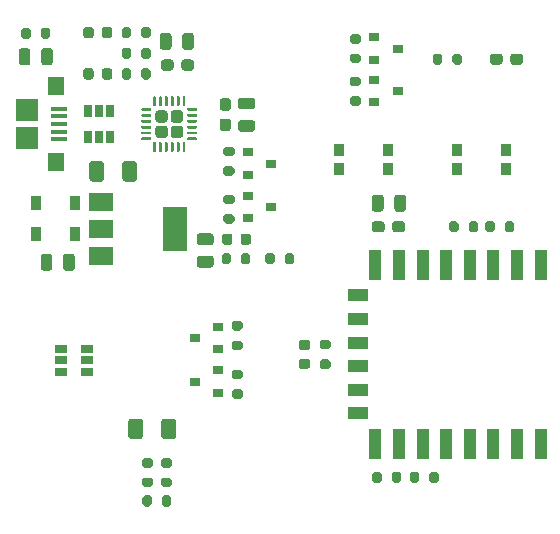
<source format=gbr>
%TF.GenerationSoftware,KiCad,Pcbnew,5.1.12-1.fc35*%
%TF.CreationDate,2021-12-21T00:05:04+01:00*%
%TF.ProjectId,smartmeterreader,736d6172-746d-4657-9465-727265616465,rev?*%
%TF.SameCoordinates,Original*%
%TF.FileFunction,Paste,Top*%
%TF.FilePolarity,Positive*%
%FSLAX46Y46*%
G04 Gerber Fmt 4.6, Leading zero omitted, Abs format (unit mm)*
G04 Created by KiCad (PCBNEW 5.1.12-1.fc35) date 2021-12-21 00:05:04*
%MOMM*%
%LPD*%
G01*
G04 APERTURE LIST*
%ADD10R,0.900000X1.200000*%
%ADD11R,0.900000X1.000000*%
%ADD12R,2.000000X1.500000*%
%ADD13R,2.000000X3.800000*%
%ADD14R,1.000000X2.500000*%
%ADD15R,1.800000X1.000000*%
%ADD16R,0.900000X0.800000*%
%ADD17R,1.350000X0.400000*%
%ADD18R,1.400000X1.600000*%
%ADD19R,1.900000X1.900000*%
%ADD20R,1.060000X0.650000*%
%ADD21R,0.650000X1.060000*%
G04 APERTURE END LIST*
%TO.C,R21*%
G36*
G01*
X147975000Y-103425000D02*
X148525000Y-103425000D01*
G75*
G02*
X148725000Y-103625000I0J-200000D01*
G01*
X148725000Y-104025000D01*
G75*
G02*
X148525000Y-104225000I-200000J0D01*
G01*
X147975000Y-104225000D01*
G75*
G02*
X147775000Y-104025000I0J200000D01*
G01*
X147775000Y-103625000D01*
G75*
G02*
X147975000Y-103425000I200000J0D01*
G01*
G37*
G36*
G01*
X147975000Y-101775000D02*
X148525000Y-101775000D01*
G75*
G02*
X148725000Y-101975000I0J-200000D01*
G01*
X148725000Y-102375000D01*
G75*
G02*
X148525000Y-102575000I-200000J0D01*
G01*
X147975000Y-102575000D01*
G75*
G02*
X147775000Y-102375000I0J200000D01*
G01*
X147775000Y-101975000D01*
G75*
G02*
X147975000Y-101775000I200000J0D01*
G01*
G37*
%TD*%
%TO.C,R20*%
G36*
G01*
X141125000Y-95175000D02*
X141125000Y-94625000D01*
G75*
G02*
X141325000Y-94425000I200000J0D01*
G01*
X141725000Y-94425000D01*
G75*
G02*
X141925000Y-94625000I0J-200000D01*
G01*
X141925000Y-95175000D01*
G75*
G02*
X141725000Y-95375000I-200000J0D01*
G01*
X141325000Y-95375000D01*
G75*
G02*
X141125000Y-95175000I0J200000D01*
G01*
G37*
G36*
G01*
X139475000Y-95175000D02*
X139475000Y-94625000D01*
G75*
G02*
X139675000Y-94425000I200000J0D01*
G01*
X140075000Y-94425000D01*
G75*
G02*
X140275000Y-94625000I0J-200000D01*
G01*
X140275000Y-95175000D01*
G75*
G02*
X140075000Y-95375000I-200000J0D01*
G01*
X139675000Y-95375000D01*
G75*
G02*
X139475000Y-95175000I0J200000D01*
G01*
G37*
%TD*%
%TO.C,D8*%
G36*
G01*
X146756250Y-102650000D02*
X146243750Y-102650000D01*
G75*
G02*
X146025000Y-102431250I0J218750D01*
G01*
X146025000Y-101993750D01*
G75*
G02*
X146243750Y-101775000I218750J0D01*
G01*
X146756250Y-101775000D01*
G75*
G02*
X146975000Y-101993750I0J-218750D01*
G01*
X146975000Y-102431250D01*
G75*
G02*
X146756250Y-102650000I-218750J0D01*
G01*
G37*
G36*
G01*
X146756250Y-104225000D02*
X146243750Y-104225000D01*
G75*
G02*
X146025000Y-104006250I0J218750D01*
G01*
X146025000Y-103568750D01*
G75*
G02*
X146243750Y-103350000I218750J0D01*
G01*
X146756250Y-103350000D01*
G75*
G02*
X146975000Y-103568750I0J-218750D01*
G01*
X146975000Y-104006250D01*
G75*
G02*
X146756250Y-104225000I-218750J0D01*
G01*
G37*
%TD*%
%TO.C,D7*%
G36*
G01*
X141100000Y-93506250D02*
X141100000Y-92993750D01*
G75*
G02*
X141318750Y-92775000I218750J0D01*
G01*
X141756250Y-92775000D01*
G75*
G02*
X141975000Y-92993750I0J-218750D01*
G01*
X141975000Y-93506250D01*
G75*
G02*
X141756250Y-93725000I-218750J0D01*
G01*
X141318750Y-93725000D01*
G75*
G02*
X141100000Y-93506250I0J218750D01*
G01*
G37*
G36*
G01*
X139525000Y-93506250D02*
X139525000Y-92993750D01*
G75*
G02*
X139743750Y-92775000I218750J0D01*
G01*
X140181250Y-92775000D01*
G75*
G02*
X140400000Y-92993750I0J-218750D01*
G01*
X140400000Y-93506250D01*
G75*
G02*
X140181250Y-93725000I-218750J0D01*
G01*
X139743750Y-93725000D01*
G75*
G02*
X139525000Y-93506250I0J218750D01*
G01*
G37*
%TD*%
%TO.C,F2*%
G36*
G01*
X132825000Y-108675000D02*
X132825000Y-109925000D01*
G75*
G02*
X132575000Y-110175000I-250000J0D01*
G01*
X131825000Y-110175000D01*
G75*
G02*
X131575000Y-109925000I0J250000D01*
G01*
X131575000Y-108675000D01*
G75*
G02*
X131825000Y-108425000I250000J0D01*
G01*
X132575000Y-108425000D01*
G75*
G02*
X132825000Y-108675000I0J-250000D01*
G01*
G37*
G36*
G01*
X135625000Y-108675000D02*
X135625000Y-109925000D01*
G75*
G02*
X135375000Y-110175000I-250000J0D01*
G01*
X134625000Y-110175000D01*
G75*
G02*
X134375000Y-109925000I0J250000D01*
G01*
X134375000Y-108675000D01*
G75*
G02*
X134625000Y-108425000I250000J0D01*
G01*
X135375000Y-108425000D01*
G75*
G02*
X135625000Y-108675000I0J-250000D01*
G01*
G37*
%TD*%
%TO.C,F1*%
G36*
G01*
X129525000Y-86875000D02*
X129525000Y-88125000D01*
G75*
G02*
X129275000Y-88375000I-250000J0D01*
G01*
X128525000Y-88375000D01*
G75*
G02*
X128275000Y-88125000I0J250000D01*
G01*
X128275000Y-86875000D01*
G75*
G02*
X128525000Y-86625000I250000J0D01*
G01*
X129275000Y-86625000D01*
G75*
G02*
X129525000Y-86875000I0J-250000D01*
G01*
G37*
G36*
G01*
X132325000Y-86875000D02*
X132325000Y-88125000D01*
G75*
G02*
X132075000Y-88375000I-250000J0D01*
G01*
X131325000Y-88375000D01*
G75*
G02*
X131075000Y-88125000I0J250000D01*
G01*
X131075000Y-86875000D01*
G75*
G02*
X131325000Y-86625000I250000J0D01*
G01*
X132075000Y-86625000D01*
G75*
G02*
X132325000Y-86875000I0J-250000D01*
G01*
G37*
%TD*%
D10*
%TO.C,D1*%
X123750000Y-90200000D03*
X127050000Y-90200000D03*
%TD*%
D11*
%TO.C,SW2*%
X159450000Y-85700000D03*
X159450000Y-87300000D03*
X163550000Y-85700000D03*
X163550000Y-87300000D03*
%TD*%
%TO.C,SW1*%
X149450000Y-85700000D03*
X149450000Y-87300000D03*
X153550000Y-85700000D03*
X153550000Y-87300000D03*
%TD*%
%TO.C,C10*%
G36*
G01*
X163925000Y-78237500D02*
X163925000Y-77762500D01*
G75*
G02*
X164162500Y-77525000I237500J0D01*
G01*
X164762500Y-77525000D01*
G75*
G02*
X165000000Y-77762500I0J-237500D01*
G01*
X165000000Y-78237500D01*
G75*
G02*
X164762500Y-78475000I-237500J0D01*
G01*
X164162500Y-78475000D01*
G75*
G02*
X163925000Y-78237500I0J237500D01*
G01*
G37*
G36*
G01*
X162200000Y-78237500D02*
X162200000Y-77762500D01*
G75*
G02*
X162437500Y-77525000I237500J0D01*
G01*
X163037500Y-77525000D01*
G75*
G02*
X163275000Y-77762500I0J-237500D01*
G01*
X163275000Y-78237500D01*
G75*
G02*
X163037500Y-78475000I-237500J0D01*
G01*
X162437500Y-78475000D01*
G75*
G02*
X162200000Y-78237500I0J237500D01*
G01*
G37*
%TD*%
D12*
%TO.C,U3*%
X129250000Y-90100000D03*
X129250000Y-94700000D03*
X129250000Y-92400000D03*
D13*
X135550000Y-92400000D03*
%TD*%
%TO.C,U2*%
G36*
G01*
X134925000Y-82574999D02*
X134925000Y-83125001D01*
G75*
G02*
X134675001Y-83375000I-249999J0D01*
G01*
X134124999Y-83375000D01*
G75*
G02*
X133875000Y-83125001I0J249999D01*
G01*
X133875000Y-82574999D01*
G75*
G02*
X134124999Y-82325000I249999J0D01*
G01*
X134675001Y-82325000D01*
G75*
G02*
X134925000Y-82574999I0J-249999D01*
G01*
G37*
G36*
G01*
X134925000Y-83874999D02*
X134925000Y-84425001D01*
G75*
G02*
X134675001Y-84675000I-249999J0D01*
G01*
X134124999Y-84675000D01*
G75*
G02*
X133875000Y-84425001I0J249999D01*
G01*
X133875000Y-83874999D01*
G75*
G02*
X134124999Y-83625000I249999J0D01*
G01*
X134675001Y-83625000D01*
G75*
G02*
X134925000Y-83874999I0J-249999D01*
G01*
G37*
G36*
G01*
X136225000Y-82574999D02*
X136225000Y-83125001D01*
G75*
G02*
X135975001Y-83375000I-249999J0D01*
G01*
X135424999Y-83375000D01*
G75*
G02*
X135175000Y-83125001I0J249999D01*
G01*
X135175000Y-82574999D01*
G75*
G02*
X135424999Y-82325000I249999J0D01*
G01*
X135975001Y-82325000D01*
G75*
G02*
X136225000Y-82574999I0J-249999D01*
G01*
G37*
G36*
G01*
X136225000Y-83874999D02*
X136225000Y-84425001D01*
G75*
G02*
X135975001Y-84675000I-249999J0D01*
G01*
X135424999Y-84675000D01*
G75*
G02*
X135175000Y-84425001I0J249999D01*
G01*
X135175000Y-83874999D01*
G75*
G02*
X135424999Y-83625000I249999J0D01*
G01*
X135975001Y-83625000D01*
G75*
G02*
X136225000Y-83874999I0J-249999D01*
G01*
G37*
G36*
G01*
X136425000Y-85087500D02*
X136425000Y-85787500D01*
G75*
G02*
X136362500Y-85850000I-62500J0D01*
G01*
X136237500Y-85850000D01*
G75*
G02*
X136175000Y-85787500I0J62500D01*
G01*
X136175000Y-85087500D01*
G75*
G02*
X136237500Y-85025000I62500J0D01*
G01*
X136362500Y-85025000D01*
G75*
G02*
X136425000Y-85087500I0J-62500D01*
G01*
G37*
G36*
G01*
X135925000Y-85087500D02*
X135925000Y-85787500D01*
G75*
G02*
X135862500Y-85850000I-62500J0D01*
G01*
X135737500Y-85850000D01*
G75*
G02*
X135675000Y-85787500I0J62500D01*
G01*
X135675000Y-85087500D01*
G75*
G02*
X135737500Y-85025000I62500J0D01*
G01*
X135862500Y-85025000D01*
G75*
G02*
X135925000Y-85087500I0J-62500D01*
G01*
G37*
G36*
G01*
X135425000Y-85087500D02*
X135425000Y-85787500D01*
G75*
G02*
X135362500Y-85850000I-62500J0D01*
G01*
X135237500Y-85850000D01*
G75*
G02*
X135175000Y-85787500I0J62500D01*
G01*
X135175000Y-85087500D01*
G75*
G02*
X135237500Y-85025000I62500J0D01*
G01*
X135362500Y-85025000D01*
G75*
G02*
X135425000Y-85087500I0J-62500D01*
G01*
G37*
G36*
G01*
X134925000Y-85087500D02*
X134925000Y-85787500D01*
G75*
G02*
X134862500Y-85850000I-62500J0D01*
G01*
X134737500Y-85850000D01*
G75*
G02*
X134675000Y-85787500I0J62500D01*
G01*
X134675000Y-85087500D01*
G75*
G02*
X134737500Y-85025000I62500J0D01*
G01*
X134862500Y-85025000D01*
G75*
G02*
X134925000Y-85087500I0J-62500D01*
G01*
G37*
G36*
G01*
X134425000Y-85087500D02*
X134425000Y-85787500D01*
G75*
G02*
X134362500Y-85850000I-62500J0D01*
G01*
X134237500Y-85850000D01*
G75*
G02*
X134175000Y-85787500I0J62500D01*
G01*
X134175000Y-85087500D01*
G75*
G02*
X134237500Y-85025000I62500J0D01*
G01*
X134362500Y-85025000D01*
G75*
G02*
X134425000Y-85087500I0J-62500D01*
G01*
G37*
G36*
G01*
X133925000Y-85087500D02*
X133925000Y-85787500D01*
G75*
G02*
X133862500Y-85850000I-62500J0D01*
G01*
X133737500Y-85850000D01*
G75*
G02*
X133675000Y-85787500I0J62500D01*
G01*
X133675000Y-85087500D01*
G75*
G02*
X133737500Y-85025000I62500J0D01*
G01*
X133862500Y-85025000D01*
G75*
G02*
X133925000Y-85087500I0J-62500D01*
G01*
G37*
G36*
G01*
X133525000Y-84687500D02*
X133525000Y-84812500D01*
G75*
G02*
X133462500Y-84875000I-62500J0D01*
G01*
X132762500Y-84875000D01*
G75*
G02*
X132700000Y-84812500I0J62500D01*
G01*
X132700000Y-84687500D01*
G75*
G02*
X132762500Y-84625000I62500J0D01*
G01*
X133462500Y-84625000D01*
G75*
G02*
X133525000Y-84687500I0J-62500D01*
G01*
G37*
G36*
G01*
X133525000Y-84187500D02*
X133525000Y-84312500D01*
G75*
G02*
X133462500Y-84375000I-62500J0D01*
G01*
X132762500Y-84375000D01*
G75*
G02*
X132700000Y-84312500I0J62500D01*
G01*
X132700000Y-84187500D01*
G75*
G02*
X132762500Y-84125000I62500J0D01*
G01*
X133462500Y-84125000D01*
G75*
G02*
X133525000Y-84187500I0J-62500D01*
G01*
G37*
G36*
G01*
X133525000Y-83687500D02*
X133525000Y-83812500D01*
G75*
G02*
X133462500Y-83875000I-62500J0D01*
G01*
X132762500Y-83875000D01*
G75*
G02*
X132700000Y-83812500I0J62500D01*
G01*
X132700000Y-83687500D01*
G75*
G02*
X132762500Y-83625000I62500J0D01*
G01*
X133462500Y-83625000D01*
G75*
G02*
X133525000Y-83687500I0J-62500D01*
G01*
G37*
G36*
G01*
X133525000Y-83187500D02*
X133525000Y-83312500D01*
G75*
G02*
X133462500Y-83375000I-62500J0D01*
G01*
X132762500Y-83375000D01*
G75*
G02*
X132700000Y-83312500I0J62500D01*
G01*
X132700000Y-83187500D01*
G75*
G02*
X132762500Y-83125000I62500J0D01*
G01*
X133462500Y-83125000D01*
G75*
G02*
X133525000Y-83187500I0J-62500D01*
G01*
G37*
G36*
G01*
X133525000Y-82687500D02*
X133525000Y-82812500D01*
G75*
G02*
X133462500Y-82875000I-62500J0D01*
G01*
X132762500Y-82875000D01*
G75*
G02*
X132700000Y-82812500I0J62500D01*
G01*
X132700000Y-82687500D01*
G75*
G02*
X132762500Y-82625000I62500J0D01*
G01*
X133462500Y-82625000D01*
G75*
G02*
X133525000Y-82687500I0J-62500D01*
G01*
G37*
G36*
G01*
X133525000Y-82187500D02*
X133525000Y-82312500D01*
G75*
G02*
X133462500Y-82375000I-62500J0D01*
G01*
X132762500Y-82375000D01*
G75*
G02*
X132700000Y-82312500I0J62500D01*
G01*
X132700000Y-82187500D01*
G75*
G02*
X132762500Y-82125000I62500J0D01*
G01*
X133462500Y-82125000D01*
G75*
G02*
X133525000Y-82187500I0J-62500D01*
G01*
G37*
G36*
G01*
X133925000Y-81212500D02*
X133925000Y-81912500D01*
G75*
G02*
X133862500Y-81975000I-62500J0D01*
G01*
X133737500Y-81975000D01*
G75*
G02*
X133675000Y-81912500I0J62500D01*
G01*
X133675000Y-81212500D01*
G75*
G02*
X133737500Y-81150000I62500J0D01*
G01*
X133862500Y-81150000D01*
G75*
G02*
X133925000Y-81212500I0J-62500D01*
G01*
G37*
G36*
G01*
X134425000Y-81212500D02*
X134425000Y-81912500D01*
G75*
G02*
X134362500Y-81975000I-62500J0D01*
G01*
X134237500Y-81975000D01*
G75*
G02*
X134175000Y-81912500I0J62500D01*
G01*
X134175000Y-81212500D01*
G75*
G02*
X134237500Y-81150000I62500J0D01*
G01*
X134362500Y-81150000D01*
G75*
G02*
X134425000Y-81212500I0J-62500D01*
G01*
G37*
G36*
G01*
X134925000Y-81212500D02*
X134925000Y-81912500D01*
G75*
G02*
X134862500Y-81975000I-62500J0D01*
G01*
X134737500Y-81975000D01*
G75*
G02*
X134675000Y-81912500I0J62500D01*
G01*
X134675000Y-81212500D01*
G75*
G02*
X134737500Y-81150000I62500J0D01*
G01*
X134862500Y-81150000D01*
G75*
G02*
X134925000Y-81212500I0J-62500D01*
G01*
G37*
G36*
G01*
X135425000Y-81212500D02*
X135425000Y-81912500D01*
G75*
G02*
X135362500Y-81975000I-62500J0D01*
G01*
X135237500Y-81975000D01*
G75*
G02*
X135175000Y-81912500I0J62500D01*
G01*
X135175000Y-81212500D01*
G75*
G02*
X135237500Y-81150000I62500J0D01*
G01*
X135362500Y-81150000D01*
G75*
G02*
X135425000Y-81212500I0J-62500D01*
G01*
G37*
G36*
G01*
X135925000Y-81212500D02*
X135925000Y-81912500D01*
G75*
G02*
X135862500Y-81975000I-62500J0D01*
G01*
X135737500Y-81975000D01*
G75*
G02*
X135675000Y-81912500I0J62500D01*
G01*
X135675000Y-81212500D01*
G75*
G02*
X135737500Y-81150000I62500J0D01*
G01*
X135862500Y-81150000D01*
G75*
G02*
X135925000Y-81212500I0J-62500D01*
G01*
G37*
G36*
G01*
X136425000Y-81212500D02*
X136425000Y-81912500D01*
G75*
G02*
X136362500Y-81975000I-62500J0D01*
G01*
X136237500Y-81975000D01*
G75*
G02*
X136175000Y-81912500I0J62500D01*
G01*
X136175000Y-81212500D01*
G75*
G02*
X136237500Y-81150000I62500J0D01*
G01*
X136362500Y-81150000D01*
G75*
G02*
X136425000Y-81212500I0J-62500D01*
G01*
G37*
G36*
G01*
X137400000Y-82187500D02*
X137400000Y-82312500D01*
G75*
G02*
X137337500Y-82375000I-62500J0D01*
G01*
X136637500Y-82375000D01*
G75*
G02*
X136575000Y-82312500I0J62500D01*
G01*
X136575000Y-82187500D01*
G75*
G02*
X136637500Y-82125000I62500J0D01*
G01*
X137337500Y-82125000D01*
G75*
G02*
X137400000Y-82187500I0J-62500D01*
G01*
G37*
G36*
G01*
X137400000Y-82687500D02*
X137400000Y-82812500D01*
G75*
G02*
X137337500Y-82875000I-62500J0D01*
G01*
X136637500Y-82875000D01*
G75*
G02*
X136575000Y-82812500I0J62500D01*
G01*
X136575000Y-82687500D01*
G75*
G02*
X136637500Y-82625000I62500J0D01*
G01*
X137337500Y-82625000D01*
G75*
G02*
X137400000Y-82687500I0J-62500D01*
G01*
G37*
G36*
G01*
X137400000Y-83187500D02*
X137400000Y-83312500D01*
G75*
G02*
X137337500Y-83375000I-62500J0D01*
G01*
X136637500Y-83375000D01*
G75*
G02*
X136575000Y-83312500I0J62500D01*
G01*
X136575000Y-83187500D01*
G75*
G02*
X136637500Y-83125000I62500J0D01*
G01*
X137337500Y-83125000D01*
G75*
G02*
X137400000Y-83187500I0J-62500D01*
G01*
G37*
G36*
G01*
X137400000Y-83687500D02*
X137400000Y-83812500D01*
G75*
G02*
X137337500Y-83875000I-62500J0D01*
G01*
X136637500Y-83875000D01*
G75*
G02*
X136575000Y-83812500I0J62500D01*
G01*
X136575000Y-83687500D01*
G75*
G02*
X136637500Y-83625000I62500J0D01*
G01*
X137337500Y-83625000D01*
G75*
G02*
X137400000Y-83687500I0J-62500D01*
G01*
G37*
G36*
G01*
X137400000Y-84187500D02*
X137400000Y-84312500D01*
G75*
G02*
X137337500Y-84375000I-62500J0D01*
G01*
X136637500Y-84375000D01*
G75*
G02*
X136575000Y-84312500I0J62500D01*
G01*
X136575000Y-84187500D01*
G75*
G02*
X136637500Y-84125000I62500J0D01*
G01*
X137337500Y-84125000D01*
G75*
G02*
X137400000Y-84187500I0J-62500D01*
G01*
G37*
G36*
G01*
X137400000Y-84687500D02*
X137400000Y-84812500D01*
G75*
G02*
X137337500Y-84875000I-62500J0D01*
G01*
X136637500Y-84875000D01*
G75*
G02*
X136575000Y-84812500I0J62500D01*
G01*
X136575000Y-84687500D01*
G75*
G02*
X136637500Y-84625000I62500J0D01*
G01*
X137337500Y-84625000D01*
G75*
G02*
X137400000Y-84687500I0J-62500D01*
G01*
G37*
%TD*%
D14*
%TO.C,U1*%
X166500000Y-110600000D03*
X164500000Y-110600000D03*
X162500000Y-110600000D03*
X160500000Y-110600000D03*
X158500000Y-110600000D03*
X156500000Y-110600000D03*
X154500000Y-110600000D03*
X152500000Y-110600000D03*
D15*
X151000000Y-108000000D03*
X151000000Y-106000000D03*
X151000000Y-104000000D03*
X151000000Y-102000000D03*
X151000000Y-100000000D03*
X151000000Y-98000000D03*
D14*
X152500000Y-95400000D03*
X154500000Y-95400000D03*
X156500000Y-95400000D03*
X158500000Y-95400000D03*
X160500000Y-95400000D03*
X162500000Y-95400000D03*
X164500000Y-95400000D03*
X166500000Y-95400000D03*
%TD*%
%TO.C,R19*%
G36*
G01*
X151075000Y-76675000D02*
X150525000Y-76675000D01*
G75*
G02*
X150325000Y-76475000I0J200000D01*
G01*
X150325000Y-76075000D01*
G75*
G02*
X150525000Y-75875000I200000J0D01*
G01*
X151075000Y-75875000D01*
G75*
G02*
X151275000Y-76075000I0J-200000D01*
G01*
X151275000Y-76475000D01*
G75*
G02*
X151075000Y-76675000I-200000J0D01*
G01*
G37*
G36*
G01*
X151075000Y-78325000D02*
X150525000Y-78325000D01*
G75*
G02*
X150325000Y-78125000I0J200000D01*
G01*
X150325000Y-77725000D01*
G75*
G02*
X150525000Y-77525000I200000J0D01*
G01*
X151075000Y-77525000D01*
G75*
G02*
X151275000Y-77725000I0J-200000D01*
G01*
X151275000Y-78125000D01*
G75*
G02*
X151075000Y-78325000I-200000J0D01*
G01*
G37*
%TD*%
%TO.C,R18*%
G36*
G01*
X151075000Y-80275000D02*
X150525000Y-80275000D01*
G75*
G02*
X150325000Y-80075000I0J200000D01*
G01*
X150325000Y-79675000D01*
G75*
G02*
X150525000Y-79475000I200000J0D01*
G01*
X151075000Y-79475000D01*
G75*
G02*
X151275000Y-79675000I0J-200000D01*
G01*
X151275000Y-80075000D01*
G75*
G02*
X151075000Y-80275000I-200000J0D01*
G01*
G37*
G36*
G01*
X151075000Y-81925000D02*
X150525000Y-81925000D01*
G75*
G02*
X150325000Y-81725000I0J200000D01*
G01*
X150325000Y-81325000D01*
G75*
G02*
X150525000Y-81125000I200000J0D01*
G01*
X151075000Y-81125000D01*
G75*
G02*
X151275000Y-81325000I0J-200000D01*
G01*
X151275000Y-81725000D01*
G75*
G02*
X151075000Y-81925000I-200000J0D01*
G01*
G37*
%TD*%
%TO.C,R17*%
G36*
G01*
X141075000Y-100975000D02*
X140525000Y-100975000D01*
G75*
G02*
X140325000Y-100775000I0J200000D01*
G01*
X140325000Y-100375000D01*
G75*
G02*
X140525000Y-100175000I200000J0D01*
G01*
X141075000Y-100175000D01*
G75*
G02*
X141275000Y-100375000I0J-200000D01*
G01*
X141275000Y-100775000D01*
G75*
G02*
X141075000Y-100975000I-200000J0D01*
G01*
G37*
G36*
G01*
X141075000Y-102625000D02*
X140525000Y-102625000D01*
G75*
G02*
X140325000Y-102425000I0J200000D01*
G01*
X140325000Y-102025000D01*
G75*
G02*
X140525000Y-101825000I200000J0D01*
G01*
X141075000Y-101825000D01*
G75*
G02*
X141275000Y-102025000I0J-200000D01*
G01*
X141275000Y-102425000D01*
G75*
G02*
X141075000Y-102625000I-200000J0D01*
G01*
G37*
%TD*%
%TO.C,R16*%
G36*
G01*
X124175000Y-76075000D02*
X124175000Y-75525000D01*
G75*
G02*
X124375000Y-75325000I200000J0D01*
G01*
X124775000Y-75325000D01*
G75*
G02*
X124975000Y-75525000I0J-200000D01*
G01*
X124975000Y-76075000D01*
G75*
G02*
X124775000Y-76275000I-200000J0D01*
G01*
X124375000Y-76275000D01*
G75*
G02*
X124175000Y-76075000I0J200000D01*
G01*
G37*
G36*
G01*
X122525000Y-76075000D02*
X122525000Y-75525000D01*
G75*
G02*
X122725000Y-75325000I200000J0D01*
G01*
X123125000Y-75325000D01*
G75*
G02*
X123325000Y-75525000I0J-200000D01*
G01*
X123325000Y-76075000D01*
G75*
G02*
X123125000Y-76275000I-200000J0D01*
G01*
X122725000Y-76275000D01*
G75*
G02*
X122525000Y-76075000I0J200000D01*
G01*
G37*
%TD*%
%TO.C,R15*%
G36*
G01*
X140525000Y-105950000D02*
X141075000Y-105950000D01*
G75*
G02*
X141275000Y-106150000I0J-200000D01*
G01*
X141275000Y-106550000D01*
G75*
G02*
X141075000Y-106750000I-200000J0D01*
G01*
X140525000Y-106750000D01*
G75*
G02*
X140325000Y-106550000I0J200000D01*
G01*
X140325000Y-106150000D01*
G75*
G02*
X140525000Y-105950000I200000J0D01*
G01*
G37*
G36*
G01*
X140525000Y-104300000D02*
X141075000Y-104300000D01*
G75*
G02*
X141275000Y-104500000I0J-200000D01*
G01*
X141275000Y-104900000D01*
G75*
G02*
X141075000Y-105100000I-200000J0D01*
G01*
X140525000Y-105100000D01*
G75*
G02*
X140325000Y-104900000I0J200000D01*
G01*
X140325000Y-104500000D01*
G75*
G02*
X140525000Y-104300000I200000J0D01*
G01*
G37*
%TD*%
%TO.C,R14*%
G36*
G01*
X133475000Y-112575000D02*
X132925000Y-112575000D01*
G75*
G02*
X132725000Y-112375000I0J200000D01*
G01*
X132725000Y-111975000D01*
G75*
G02*
X132925000Y-111775000I200000J0D01*
G01*
X133475000Y-111775000D01*
G75*
G02*
X133675000Y-111975000I0J-200000D01*
G01*
X133675000Y-112375000D01*
G75*
G02*
X133475000Y-112575000I-200000J0D01*
G01*
G37*
G36*
G01*
X133475000Y-114225000D02*
X132925000Y-114225000D01*
G75*
G02*
X132725000Y-114025000I0J200000D01*
G01*
X132725000Y-113625000D01*
G75*
G02*
X132925000Y-113425000I200000J0D01*
G01*
X133475000Y-113425000D01*
G75*
G02*
X133675000Y-113625000I0J-200000D01*
G01*
X133675000Y-114025000D01*
G75*
G02*
X133475000Y-114225000I-200000J0D01*
G01*
G37*
%TD*%
%TO.C,R13*%
G36*
G01*
X134525000Y-113425000D02*
X135075000Y-113425000D01*
G75*
G02*
X135275000Y-113625000I0J-200000D01*
G01*
X135275000Y-114025000D01*
G75*
G02*
X135075000Y-114225000I-200000J0D01*
G01*
X134525000Y-114225000D01*
G75*
G02*
X134325000Y-114025000I0J200000D01*
G01*
X134325000Y-113625000D01*
G75*
G02*
X134525000Y-113425000I200000J0D01*
G01*
G37*
G36*
G01*
X134525000Y-111775000D02*
X135075000Y-111775000D01*
G75*
G02*
X135275000Y-111975000I0J-200000D01*
G01*
X135275000Y-112375000D01*
G75*
G02*
X135075000Y-112575000I-200000J0D01*
G01*
X134525000Y-112575000D01*
G75*
G02*
X134325000Y-112375000I0J200000D01*
G01*
X134325000Y-111975000D01*
G75*
G02*
X134525000Y-111775000I200000J0D01*
G01*
G37*
%TD*%
%TO.C,R12*%
G36*
G01*
X134425000Y-115675000D02*
X134425000Y-115125000D01*
G75*
G02*
X134625000Y-114925000I200000J0D01*
G01*
X135025000Y-114925000D01*
G75*
G02*
X135225000Y-115125000I0J-200000D01*
G01*
X135225000Y-115675000D01*
G75*
G02*
X135025000Y-115875000I-200000J0D01*
G01*
X134625000Y-115875000D01*
G75*
G02*
X134425000Y-115675000I0J200000D01*
G01*
G37*
G36*
G01*
X132775000Y-115675000D02*
X132775000Y-115125000D01*
G75*
G02*
X132975000Y-114925000I200000J0D01*
G01*
X133375000Y-114925000D01*
G75*
G02*
X133575000Y-115125000I0J-200000D01*
G01*
X133575000Y-115675000D01*
G75*
G02*
X133375000Y-115875000I-200000J0D01*
G01*
X132975000Y-115875000D01*
G75*
G02*
X132775000Y-115675000I0J200000D01*
G01*
G37*
%TD*%
%TO.C,R11*%
G36*
G01*
X159025000Y-78275000D02*
X159025000Y-77725000D01*
G75*
G02*
X159225000Y-77525000I200000J0D01*
G01*
X159625000Y-77525000D01*
G75*
G02*
X159825000Y-77725000I0J-200000D01*
G01*
X159825000Y-78275000D01*
G75*
G02*
X159625000Y-78475000I-200000J0D01*
G01*
X159225000Y-78475000D01*
G75*
G02*
X159025000Y-78275000I0J200000D01*
G01*
G37*
G36*
G01*
X157375000Y-78275000D02*
X157375000Y-77725000D01*
G75*
G02*
X157575000Y-77525000I200000J0D01*
G01*
X157975000Y-77525000D01*
G75*
G02*
X158175000Y-77725000I0J-200000D01*
G01*
X158175000Y-78275000D01*
G75*
G02*
X157975000Y-78475000I-200000J0D01*
G01*
X157575000Y-78475000D01*
G75*
G02*
X157375000Y-78275000I0J200000D01*
G01*
G37*
%TD*%
%TO.C,R10*%
G36*
G01*
X131825000Y-78975000D02*
X131825000Y-79525000D01*
G75*
G02*
X131625000Y-79725000I-200000J0D01*
G01*
X131225000Y-79725000D01*
G75*
G02*
X131025000Y-79525000I0J200000D01*
G01*
X131025000Y-78975000D01*
G75*
G02*
X131225000Y-78775000I200000J0D01*
G01*
X131625000Y-78775000D01*
G75*
G02*
X131825000Y-78975000I0J-200000D01*
G01*
G37*
G36*
G01*
X133475000Y-78975000D02*
X133475000Y-79525000D01*
G75*
G02*
X133275000Y-79725000I-200000J0D01*
G01*
X132875000Y-79725000D01*
G75*
G02*
X132675000Y-79525000I0J200000D01*
G01*
X132675000Y-78975000D01*
G75*
G02*
X132875000Y-78775000I200000J0D01*
G01*
X133275000Y-78775000D01*
G75*
G02*
X133475000Y-78975000I0J-200000D01*
G01*
G37*
%TD*%
%TO.C,R9*%
G36*
G01*
X131825000Y-75475000D02*
X131825000Y-76025000D01*
G75*
G02*
X131625000Y-76225000I-200000J0D01*
G01*
X131225000Y-76225000D01*
G75*
G02*
X131025000Y-76025000I0J200000D01*
G01*
X131025000Y-75475000D01*
G75*
G02*
X131225000Y-75275000I200000J0D01*
G01*
X131625000Y-75275000D01*
G75*
G02*
X131825000Y-75475000I0J-200000D01*
G01*
G37*
G36*
G01*
X133475000Y-75475000D02*
X133475000Y-76025000D01*
G75*
G02*
X133275000Y-76225000I-200000J0D01*
G01*
X132875000Y-76225000D01*
G75*
G02*
X132675000Y-76025000I0J200000D01*
G01*
X132675000Y-75475000D01*
G75*
G02*
X132875000Y-75275000I200000J0D01*
G01*
X133275000Y-75275000D01*
G75*
G02*
X133475000Y-75475000I0J-200000D01*
G01*
G37*
%TD*%
%TO.C,R8*%
G36*
G01*
X131825000Y-77225000D02*
X131825000Y-77775000D01*
G75*
G02*
X131625000Y-77975000I-200000J0D01*
G01*
X131225000Y-77975000D01*
G75*
G02*
X131025000Y-77775000I0J200000D01*
G01*
X131025000Y-77225000D01*
G75*
G02*
X131225000Y-77025000I200000J0D01*
G01*
X131625000Y-77025000D01*
G75*
G02*
X131825000Y-77225000I0J-200000D01*
G01*
G37*
G36*
G01*
X133475000Y-77225000D02*
X133475000Y-77775000D01*
G75*
G02*
X133275000Y-77975000I-200000J0D01*
G01*
X132875000Y-77975000D01*
G75*
G02*
X132675000Y-77775000I0J200000D01*
G01*
X132675000Y-77225000D01*
G75*
G02*
X132875000Y-77025000I200000J0D01*
G01*
X133275000Y-77025000D01*
G75*
G02*
X133475000Y-77225000I0J-200000D01*
G01*
G37*
%TD*%
%TO.C,R7*%
G36*
G01*
X144825000Y-95175000D02*
X144825000Y-94625000D01*
G75*
G02*
X145025000Y-94425000I200000J0D01*
G01*
X145425000Y-94425000D01*
G75*
G02*
X145625000Y-94625000I0J-200000D01*
G01*
X145625000Y-95175000D01*
G75*
G02*
X145425000Y-95375000I-200000J0D01*
G01*
X145025000Y-95375000D01*
G75*
G02*
X144825000Y-95175000I0J200000D01*
G01*
G37*
G36*
G01*
X143175000Y-95175000D02*
X143175000Y-94625000D01*
G75*
G02*
X143375000Y-94425000I200000J0D01*
G01*
X143775000Y-94425000D01*
G75*
G02*
X143975000Y-94625000I0J-200000D01*
G01*
X143975000Y-95175000D01*
G75*
G02*
X143775000Y-95375000I-200000J0D01*
G01*
X143375000Y-95375000D01*
G75*
G02*
X143175000Y-95175000I0J200000D01*
G01*
G37*
%TD*%
%TO.C,R6*%
G36*
G01*
X153025000Y-113125000D02*
X153025000Y-113675000D01*
G75*
G02*
X152825000Y-113875000I-200000J0D01*
G01*
X152425000Y-113875000D01*
G75*
G02*
X152225000Y-113675000I0J200000D01*
G01*
X152225000Y-113125000D01*
G75*
G02*
X152425000Y-112925000I200000J0D01*
G01*
X152825000Y-112925000D01*
G75*
G02*
X153025000Y-113125000I0J-200000D01*
G01*
G37*
G36*
G01*
X154675000Y-113125000D02*
X154675000Y-113675000D01*
G75*
G02*
X154475000Y-113875000I-200000J0D01*
G01*
X154075000Y-113875000D01*
G75*
G02*
X153875000Y-113675000I0J200000D01*
G01*
X153875000Y-113125000D01*
G75*
G02*
X154075000Y-112925000I200000J0D01*
G01*
X154475000Y-112925000D01*
G75*
G02*
X154675000Y-113125000I0J-200000D01*
G01*
G37*
%TD*%
%TO.C,R5*%
G36*
G01*
X163450000Y-92475000D02*
X163450000Y-91925000D01*
G75*
G02*
X163650000Y-91725000I200000J0D01*
G01*
X164050000Y-91725000D01*
G75*
G02*
X164250000Y-91925000I0J-200000D01*
G01*
X164250000Y-92475000D01*
G75*
G02*
X164050000Y-92675000I-200000J0D01*
G01*
X163650000Y-92675000D01*
G75*
G02*
X163450000Y-92475000I0J200000D01*
G01*
G37*
G36*
G01*
X161800000Y-92475000D02*
X161800000Y-91925000D01*
G75*
G02*
X162000000Y-91725000I200000J0D01*
G01*
X162400000Y-91725000D01*
G75*
G02*
X162600000Y-91925000I0J-200000D01*
G01*
X162600000Y-92475000D01*
G75*
G02*
X162400000Y-92675000I-200000J0D01*
G01*
X162000000Y-92675000D01*
G75*
G02*
X161800000Y-92475000I0J200000D01*
G01*
G37*
%TD*%
%TO.C,R4*%
G36*
G01*
X159550000Y-91925000D02*
X159550000Y-92475000D01*
G75*
G02*
X159350000Y-92675000I-200000J0D01*
G01*
X158950000Y-92675000D01*
G75*
G02*
X158750000Y-92475000I0J200000D01*
G01*
X158750000Y-91925000D01*
G75*
G02*
X158950000Y-91725000I200000J0D01*
G01*
X159350000Y-91725000D01*
G75*
G02*
X159550000Y-91925000I0J-200000D01*
G01*
G37*
G36*
G01*
X161200000Y-91925000D02*
X161200000Y-92475000D01*
G75*
G02*
X161000000Y-92675000I-200000J0D01*
G01*
X160600000Y-92675000D01*
G75*
G02*
X160400000Y-92475000I0J200000D01*
G01*
X160400000Y-91925000D01*
G75*
G02*
X160600000Y-91725000I200000J0D01*
G01*
X161000000Y-91725000D01*
G75*
G02*
X161200000Y-91925000I0J-200000D01*
G01*
G37*
%TD*%
%TO.C,R3*%
G36*
G01*
X157075000Y-113675000D02*
X157075000Y-113125000D01*
G75*
G02*
X157275000Y-112925000I200000J0D01*
G01*
X157675000Y-112925000D01*
G75*
G02*
X157875000Y-113125000I0J-200000D01*
G01*
X157875000Y-113675000D01*
G75*
G02*
X157675000Y-113875000I-200000J0D01*
G01*
X157275000Y-113875000D01*
G75*
G02*
X157075000Y-113675000I0J200000D01*
G01*
G37*
G36*
G01*
X155425000Y-113675000D02*
X155425000Y-113125000D01*
G75*
G02*
X155625000Y-112925000I200000J0D01*
G01*
X156025000Y-112925000D01*
G75*
G02*
X156225000Y-113125000I0J-200000D01*
G01*
X156225000Y-113675000D01*
G75*
G02*
X156025000Y-113875000I-200000J0D01*
G01*
X155625000Y-113875000D01*
G75*
G02*
X155425000Y-113675000I0J200000D01*
G01*
G37*
%TD*%
%TO.C,R2*%
G36*
G01*
X139825000Y-91125000D02*
X140375000Y-91125000D01*
G75*
G02*
X140575000Y-91325000I0J-200000D01*
G01*
X140575000Y-91725000D01*
G75*
G02*
X140375000Y-91925000I-200000J0D01*
G01*
X139825000Y-91925000D01*
G75*
G02*
X139625000Y-91725000I0J200000D01*
G01*
X139625000Y-91325000D01*
G75*
G02*
X139825000Y-91125000I200000J0D01*
G01*
G37*
G36*
G01*
X139825000Y-89475000D02*
X140375000Y-89475000D01*
G75*
G02*
X140575000Y-89675000I0J-200000D01*
G01*
X140575000Y-90075000D01*
G75*
G02*
X140375000Y-90275000I-200000J0D01*
G01*
X139825000Y-90275000D01*
G75*
G02*
X139625000Y-90075000I0J200000D01*
G01*
X139625000Y-89675000D01*
G75*
G02*
X139825000Y-89475000I200000J0D01*
G01*
G37*
%TD*%
%TO.C,R1*%
G36*
G01*
X140375000Y-86225000D02*
X139825000Y-86225000D01*
G75*
G02*
X139625000Y-86025000I0J200000D01*
G01*
X139625000Y-85625000D01*
G75*
G02*
X139825000Y-85425000I200000J0D01*
G01*
X140375000Y-85425000D01*
G75*
G02*
X140575000Y-85625000I0J-200000D01*
G01*
X140575000Y-86025000D01*
G75*
G02*
X140375000Y-86225000I-200000J0D01*
G01*
G37*
G36*
G01*
X140375000Y-87875000D02*
X139825000Y-87875000D01*
G75*
G02*
X139625000Y-87675000I0J200000D01*
G01*
X139625000Y-87275000D01*
G75*
G02*
X139825000Y-87075000I200000J0D01*
G01*
X140375000Y-87075000D01*
G75*
G02*
X140575000Y-87275000I0J-200000D01*
G01*
X140575000Y-87675000D01*
G75*
G02*
X140375000Y-87875000I-200000J0D01*
G01*
G37*
%TD*%
D16*
%TO.C,Q6*%
X154400000Y-77100000D03*
X152400000Y-78050000D03*
X152400000Y-76150000D03*
%TD*%
%TO.C,Q5*%
X154400000Y-80700000D03*
X152400000Y-81650000D03*
X152400000Y-79750000D03*
%TD*%
%TO.C,Q4*%
X137200000Y-101600000D03*
X139200000Y-100650000D03*
X139200000Y-102550000D03*
%TD*%
%TO.C,Q3*%
X137200000Y-105300000D03*
X139200000Y-104350000D03*
X139200000Y-106250000D03*
%TD*%
%TO.C,Q2*%
X143700000Y-86850000D03*
X141700000Y-87800000D03*
X141700000Y-85900000D03*
%TD*%
%TO.C,Q1*%
X143700000Y-90500000D03*
X141700000Y-91450000D03*
X141700000Y-89550000D03*
%TD*%
D17*
%TO.C,J1*%
X125675000Y-83500000D03*
X125675000Y-84150000D03*
X125675000Y-84800000D03*
X125675000Y-82850000D03*
X125675000Y-82200000D03*
D18*
X125450000Y-80300000D03*
X125450000Y-86700000D03*
D19*
X123000000Y-82300000D03*
X123000000Y-84700000D03*
%TD*%
%TO.C,D6*%
G36*
G01*
X129350000Y-79506250D02*
X129350000Y-78993750D01*
G75*
G02*
X129568750Y-78775000I218750J0D01*
G01*
X130006250Y-78775000D01*
G75*
G02*
X130225000Y-78993750I0J-218750D01*
G01*
X130225000Y-79506250D01*
G75*
G02*
X130006250Y-79725000I-218750J0D01*
G01*
X129568750Y-79725000D01*
G75*
G02*
X129350000Y-79506250I0J218750D01*
G01*
G37*
G36*
G01*
X127775000Y-79506250D02*
X127775000Y-78993750D01*
G75*
G02*
X127993750Y-78775000I218750J0D01*
G01*
X128431250Y-78775000D01*
G75*
G02*
X128650000Y-78993750I0J-218750D01*
G01*
X128650000Y-79506250D01*
G75*
G02*
X128431250Y-79725000I-218750J0D01*
G01*
X127993750Y-79725000D01*
G75*
G02*
X127775000Y-79506250I0J218750D01*
G01*
G37*
%TD*%
%TO.C,D5*%
G36*
G01*
X129350000Y-76006250D02*
X129350000Y-75493750D01*
G75*
G02*
X129568750Y-75275000I218750J0D01*
G01*
X130006250Y-75275000D01*
G75*
G02*
X130225000Y-75493750I0J-218750D01*
G01*
X130225000Y-76006250D01*
G75*
G02*
X130006250Y-76225000I-218750J0D01*
G01*
X129568750Y-76225000D01*
G75*
G02*
X129350000Y-76006250I0J218750D01*
G01*
G37*
G36*
G01*
X127775000Y-76006250D02*
X127775000Y-75493750D01*
G75*
G02*
X127993750Y-75275000I218750J0D01*
G01*
X128431250Y-75275000D01*
G75*
G02*
X128650000Y-75493750I0J-218750D01*
G01*
X128650000Y-76006250D01*
G75*
G02*
X128431250Y-76225000I-218750J0D01*
G01*
X127993750Y-76225000D01*
G75*
G02*
X127775000Y-76006250I0J218750D01*
G01*
G37*
%TD*%
D20*
%TO.C,D4*%
X125900000Y-103500000D03*
X125900000Y-104450000D03*
X125900000Y-102550000D03*
X128100000Y-102550000D03*
X128100000Y-103500000D03*
X128100000Y-104450000D03*
%TD*%
D21*
%TO.C,D3*%
X129100000Y-84600000D03*
X130050000Y-84600000D03*
X128150000Y-84600000D03*
X128150000Y-82400000D03*
X129100000Y-82400000D03*
X130050000Y-82400000D03*
%TD*%
D10*
%TO.C,D2*%
X123750000Y-92800000D03*
X127050000Y-92800000D03*
%TD*%
%TO.C,C9*%
G36*
G01*
X124200000Y-78275000D02*
X124200000Y-77325000D01*
G75*
G02*
X124450000Y-77075000I250000J0D01*
G01*
X124950000Y-77075000D01*
G75*
G02*
X125200000Y-77325000I0J-250000D01*
G01*
X125200000Y-78275000D01*
G75*
G02*
X124950000Y-78525000I-250000J0D01*
G01*
X124450000Y-78525000D01*
G75*
G02*
X124200000Y-78275000I0J250000D01*
G01*
G37*
G36*
G01*
X122300000Y-78275000D02*
X122300000Y-77325000D01*
G75*
G02*
X122550000Y-77075000I250000J0D01*
G01*
X123050000Y-77075000D01*
G75*
G02*
X123300000Y-77325000I0J-250000D01*
G01*
X123300000Y-78275000D01*
G75*
G02*
X123050000Y-78525000I-250000J0D01*
G01*
X122550000Y-78525000D01*
G75*
G02*
X122300000Y-78275000I0J250000D01*
G01*
G37*
%TD*%
%TO.C,C8*%
G36*
G01*
X138575000Y-93750000D02*
X137625000Y-93750000D01*
G75*
G02*
X137375000Y-93500000I0J250000D01*
G01*
X137375000Y-93000000D01*
G75*
G02*
X137625000Y-92750000I250000J0D01*
G01*
X138575000Y-92750000D01*
G75*
G02*
X138825000Y-93000000I0J-250000D01*
G01*
X138825000Y-93500000D01*
G75*
G02*
X138575000Y-93750000I-250000J0D01*
G01*
G37*
G36*
G01*
X138575000Y-95650000D02*
X137625000Y-95650000D01*
G75*
G02*
X137375000Y-95400000I0J250000D01*
G01*
X137375000Y-94900000D01*
G75*
G02*
X137625000Y-94650000I250000J0D01*
G01*
X138575000Y-94650000D01*
G75*
G02*
X138825000Y-94900000I0J-250000D01*
G01*
X138825000Y-95400000D01*
G75*
G02*
X138575000Y-95650000I-250000J0D01*
G01*
G37*
%TD*%
%TO.C,C7*%
G36*
G01*
X126050000Y-95675000D02*
X126050000Y-94725000D01*
G75*
G02*
X126300000Y-94475000I250000J0D01*
G01*
X126800000Y-94475000D01*
G75*
G02*
X127050000Y-94725000I0J-250000D01*
G01*
X127050000Y-95675000D01*
G75*
G02*
X126800000Y-95925000I-250000J0D01*
G01*
X126300000Y-95925000D01*
G75*
G02*
X126050000Y-95675000I0J250000D01*
G01*
G37*
G36*
G01*
X124150000Y-95675000D02*
X124150000Y-94725000D01*
G75*
G02*
X124400000Y-94475000I250000J0D01*
G01*
X124900000Y-94475000D01*
G75*
G02*
X125150000Y-94725000I0J-250000D01*
G01*
X125150000Y-95675000D01*
G75*
G02*
X124900000Y-95925000I-250000J0D01*
G01*
X124400000Y-95925000D01*
G75*
G02*
X124150000Y-95675000I0J250000D01*
G01*
G37*
%TD*%
%TO.C,C6*%
G36*
G01*
X141125000Y-83150000D02*
X142075000Y-83150000D01*
G75*
G02*
X142325000Y-83400000I0J-250000D01*
G01*
X142325000Y-83900000D01*
G75*
G02*
X142075000Y-84150000I-250000J0D01*
G01*
X141125000Y-84150000D01*
G75*
G02*
X140875000Y-83900000I0J250000D01*
G01*
X140875000Y-83400000D01*
G75*
G02*
X141125000Y-83150000I250000J0D01*
G01*
G37*
G36*
G01*
X141125000Y-81250000D02*
X142075000Y-81250000D01*
G75*
G02*
X142325000Y-81500000I0J-250000D01*
G01*
X142325000Y-82000000D01*
G75*
G02*
X142075000Y-82250000I-250000J0D01*
G01*
X141125000Y-82250000D01*
G75*
G02*
X140875000Y-82000000I0J250000D01*
G01*
X140875000Y-81500000D01*
G75*
G02*
X141125000Y-81250000I250000J0D01*
G01*
G37*
%TD*%
%TO.C,C5*%
G36*
G01*
X139562500Y-83025000D02*
X140037500Y-83025000D01*
G75*
G02*
X140275000Y-83262500I0J-237500D01*
G01*
X140275000Y-83862500D01*
G75*
G02*
X140037500Y-84100000I-237500J0D01*
G01*
X139562500Y-84100000D01*
G75*
G02*
X139325000Y-83862500I0J237500D01*
G01*
X139325000Y-83262500D01*
G75*
G02*
X139562500Y-83025000I237500J0D01*
G01*
G37*
G36*
G01*
X139562500Y-81300000D02*
X140037500Y-81300000D01*
G75*
G02*
X140275000Y-81537500I0J-237500D01*
G01*
X140275000Y-82137500D01*
G75*
G02*
X140037500Y-82375000I-237500J0D01*
G01*
X139562500Y-82375000D01*
G75*
G02*
X139325000Y-82137500I0J237500D01*
G01*
X139325000Y-81537500D01*
G75*
G02*
X139562500Y-81300000I237500J0D01*
G01*
G37*
%TD*%
%TO.C,C4*%
G36*
G01*
X135250000Y-76025000D02*
X135250000Y-76975000D01*
G75*
G02*
X135000000Y-77225000I-250000J0D01*
G01*
X134500000Y-77225000D01*
G75*
G02*
X134250000Y-76975000I0J250000D01*
G01*
X134250000Y-76025000D01*
G75*
G02*
X134500000Y-75775000I250000J0D01*
G01*
X135000000Y-75775000D01*
G75*
G02*
X135250000Y-76025000I0J-250000D01*
G01*
G37*
G36*
G01*
X137150000Y-76025000D02*
X137150000Y-76975000D01*
G75*
G02*
X136900000Y-77225000I-250000J0D01*
G01*
X136400000Y-77225000D01*
G75*
G02*
X136150000Y-76975000I0J250000D01*
G01*
X136150000Y-76025000D01*
G75*
G02*
X136400000Y-75775000I250000J0D01*
G01*
X136900000Y-75775000D01*
G75*
G02*
X137150000Y-76025000I0J-250000D01*
G01*
G37*
%TD*%
%TO.C,C3*%
G36*
G01*
X135425000Y-78262500D02*
X135425000Y-78737500D01*
G75*
G02*
X135187500Y-78975000I-237500J0D01*
G01*
X134587500Y-78975000D01*
G75*
G02*
X134350000Y-78737500I0J237500D01*
G01*
X134350000Y-78262500D01*
G75*
G02*
X134587500Y-78025000I237500J0D01*
G01*
X135187500Y-78025000D01*
G75*
G02*
X135425000Y-78262500I0J-237500D01*
G01*
G37*
G36*
G01*
X137150000Y-78262500D02*
X137150000Y-78737500D01*
G75*
G02*
X136912500Y-78975000I-237500J0D01*
G01*
X136312500Y-78975000D01*
G75*
G02*
X136075000Y-78737500I0J237500D01*
G01*
X136075000Y-78262500D01*
G75*
G02*
X136312500Y-78025000I237500J0D01*
G01*
X136912500Y-78025000D01*
G75*
G02*
X137150000Y-78262500I0J-237500D01*
G01*
G37*
%TD*%
%TO.C,C2*%
G36*
G01*
X153925000Y-92437500D02*
X153925000Y-91962500D01*
G75*
G02*
X154162500Y-91725000I237500J0D01*
G01*
X154762500Y-91725000D01*
G75*
G02*
X155000000Y-91962500I0J-237500D01*
G01*
X155000000Y-92437500D01*
G75*
G02*
X154762500Y-92675000I-237500J0D01*
G01*
X154162500Y-92675000D01*
G75*
G02*
X153925000Y-92437500I0J237500D01*
G01*
G37*
G36*
G01*
X152200000Y-92437500D02*
X152200000Y-91962500D01*
G75*
G02*
X152437500Y-91725000I237500J0D01*
G01*
X153037500Y-91725000D01*
G75*
G02*
X153275000Y-91962500I0J-237500D01*
G01*
X153275000Y-92437500D01*
G75*
G02*
X153037500Y-92675000I-237500J0D01*
G01*
X152437500Y-92675000D01*
G75*
G02*
X152200000Y-92437500I0J237500D01*
G01*
G37*
%TD*%
%TO.C,C1*%
G36*
G01*
X154100000Y-90675000D02*
X154100000Y-89725000D01*
G75*
G02*
X154350000Y-89475000I250000J0D01*
G01*
X154850000Y-89475000D01*
G75*
G02*
X155100000Y-89725000I0J-250000D01*
G01*
X155100000Y-90675000D01*
G75*
G02*
X154850000Y-90925000I-250000J0D01*
G01*
X154350000Y-90925000D01*
G75*
G02*
X154100000Y-90675000I0J250000D01*
G01*
G37*
G36*
G01*
X152200000Y-90675000D02*
X152200000Y-89725000D01*
G75*
G02*
X152450000Y-89475000I250000J0D01*
G01*
X152950000Y-89475000D01*
G75*
G02*
X153200000Y-89725000I0J-250000D01*
G01*
X153200000Y-90675000D01*
G75*
G02*
X152950000Y-90925000I-250000J0D01*
G01*
X152450000Y-90925000D01*
G75*
G02*
X152200000Y-90675000I0J250000D01*
G01*
G37*
%TD*%
M02*

</source>
